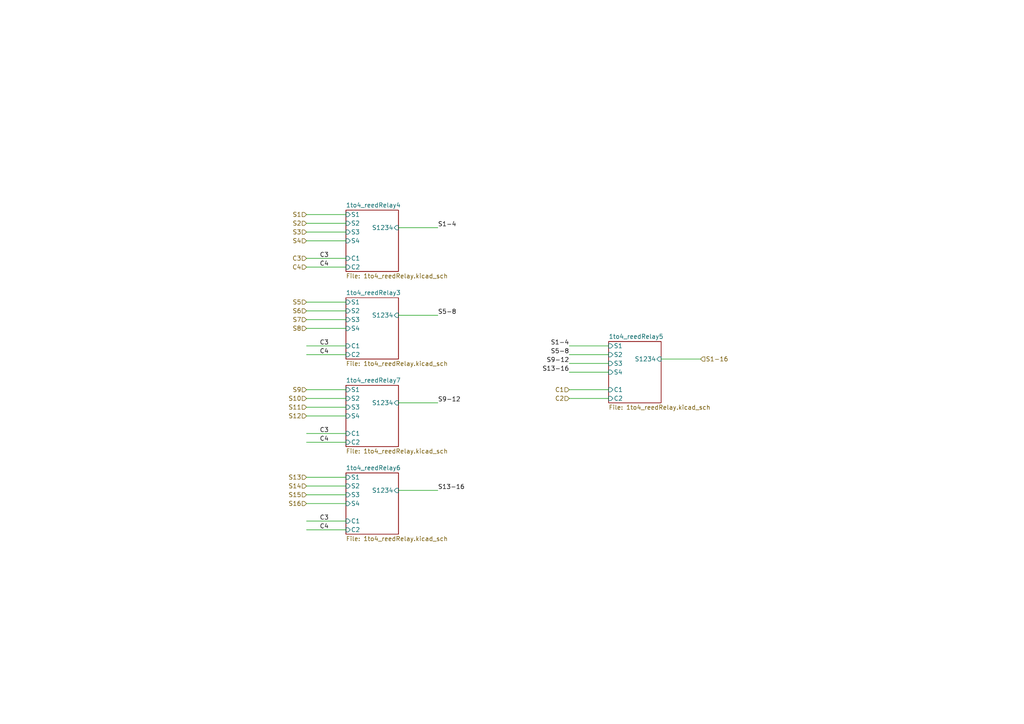
<source format=kicad_sch>
(kicad_sch (version 20211123) (generator eeschema)
  (paper "A4")
  (lib_symbols)
  (wire (pts (xy 165.1 107.95) (xy 176.53 107.95)))
  (wire (pts (xy 88.9 128.27) (xy 100.33 128.27)))
  (wire (pts (xy 88.9 113.03) (xy 100.33 113.03)))
  (wire (pts (xy 88.9 92.71) (xy 100.33 92.71)))
  (wire (pts (xy 88.9 100.33) (xy 100.33 100.33)))
  (wire (pts (xy 115.57 91.44) (xy 127 91.44)))
  (wire (pts (xy 115.57 142.24) (xy 127 142.24)))
  (wire (pts (xy 88.9 153.67) (xy 100.33 153.67)))
  (wire (pts (xy 88.9 90.17) (xy 100.33 90.17)))
  (wire (pts (xy 191.77 104.14) (xy 203.2 104.14)))
  (wire (pts (xy 88.9 140.97) (xy 100.33 140.97)))
  (wire (pts (xy 88.9 115.57) (xy 100.33 115.57)))
  (wire (pts (xy 88.9 64.77) (xy 100.33 64.77)))
  (wire (pts (xy 115.57 66.04) (xy 127 66.04)))
  (wire (pts (xy 165.1 113.03) (xy 176.53 113.03)))
  (wire (pts (xy 88.9 67.31) (xy 100.33 67.31)))
  (wire (pts (xy 88.9 102.87) (xy 100.33 102.87)))
  (wire (pts (xy 88.9 62.23) (xy 100.33 62.23)))
  (wire (pts (xy 88.9 138.43) (xy 100.33 138.43)))
  (wire (pts (xy 115.57 116.84) (xy 127 116.84)))
  (wire (pts (xy 165.1 100.33) (xy 176.53 100.33)))
  (wire (pts (xy 88.9 87.63) (xy 100.33 87.63)))
  (wire (pts (xy 88.9 74.93) (xy 100.33 74.93)))
  (wire (pts (xy 88.9 95.25) (xy 100.33 95.25)))
  (wire (pts (xy 88.9 120.65) (xy 100.33 120.65)))
  (wire (pts (xy 88.9 77.47) (xy 100.33 77.47)))
  (wire (pts (xy 165.1 102.87) (xy 176.53 102.87)))
  (wire (pts (xy 88.9 118.11) (xy 100.33 118.11)))
  (wire (pts (xy 88.9 143.51) (xy 100.33 143.51)))
  (wire (pts (xy 88.9 146.05) (xy 100.33 146.05)))
  (wire (pts (xy 88.9 69.85) (xy 100.33 69.85)))
  (wire (pts (xy 165.1 115.57) (xy 176.53 115.57)))
  (wire (pts (xy 88.9 125.73) (xy 100.33 125.73)))
  (wire (pts (xy 165.1 105.41) (xy 176.53 105.41)))
  (wire (pts (xy 88.9 151.13) (xy 100.33 151.13)))
  (label "C3" (at 92.71 125.73 0))
  (label "S1-4" (at 127 66.04 0))
  (label "C3" (at 92.71 151.13 0))
  (label "C4" (at 92.71 128.27 0))
  (label "C4" (at 92.71 153.67 0))
  (label "C4" (at 92.71 77.47 0))
  (label "S5-8" (at 127 91.44 0))
  (label "S9-12" (at 127 116.84 0))
  (label "S5-8" (at 165.1 102.87 180))
  (label "S13-16" (at 127 142.24 0))
  (label "C3" (at 92.71 74.93 0))
  (label "C3" (at 92.71 100.33 0))
  (label "S1-4" (at 165.1 100.33 180))
  (label "C4" (at 92.71 102.87 0))
  (label "S9-12" (at 165.1 105.41 180))
  (label "S13-16" (at 165.1 107.95 180))
  (hierarchical_label "S11" (shape input) (at 88.9 118.11 180))
  (hierarchical_label "S6" (shape input) (at 88.9 90.17 180))
  (hierarchical_label "S14" (shape input) (at 88.9 140.97 180))
  (hierarchical_label "S3" (shape input) (at 88.9 67.31 180))
  (hierarchical_label "S1" (shape input) (at 88.9 62.23 180))
  (hierarchical_label "S8" (shape input) (at 88.9 95.25 180))
  (hierarchical_label "C3" (shape input) (at 88.9 74.93 180))
  (hierarchical_label "S15" (shape input) (at 88.9 143.51 180))
  (hierarchical_label "C1" (shape input) (at 165.1 113.03 180))
  (hierarchical_label "S12" (shape input) (at 88.9 120.65 180))
  (hierarchical_label "S4" (shape input) (at 88.9 69.85 180))
  (hierarchical_label "S9" (shape input) (at 88.9 113.03 180))
  (hierarchical_label "S10" (shape input) (at 88.9 115.57 180))
  (hierarchical_label "C2" (shape input) (at 165.1 115.57 180))
  (hierarchical_label "S16" (shape input) (at 88.9 146.05 180))
  (hierarchical_label "C4" (shape input) (at 88.9 77.47 180))
  (hierarchical_label "S2" (shape input) (at 88.9 64.77 180))
  (hierarchical_label "S13" (shape input) (at 88.9 138.43 180))
  (hierarchical_label "S7" (shape input) (at 88.9 92.71 180))
  (hierarchical_label "S1-16" (shape input) (at 203.2 104.14 0))
  (hierarchical_label "S5" (shape input) (at 88.9 87.63 180))
  (sheet (at 100.33 86.36) (size 15.24 17.78) (stroke (width 0.1524))
    (property "Sheet name" "1to4_reedRelay3" (at 100.33 85.6484 0) (effects (justify left bottom)))
    (property "Sheet file" "1to4_reedRelay.kicad_sch" (at 100.33 104.7246 0) (effects (justify left top)))
    (pin "S2" input (at 100.33 90.17 180))
    (pin "C2" input (at 100.33 102.87 180))
    (pin "S1" input (at 100.33 87.63 180))
    (pin "S3" input (at 100.33 92.71 180))
    (pin "S4" input (at 100.33 95.25 180))
    (pin "C1" input (at 100.33 100.33 180))
    (pin "S1234" input (at 115.57 91.44 0))
  )
  (sheet (at 100.33 60.96) (size 15.24 17.78) (stroke (width 0.1524))
    (property "Sheet name" "1to4_reedRelay4" (at 100.33 60.2484 0) (effects (justify left bottom)))
    (property "Sheet file" "1to4_reedRelay.kicad_sch" (at 100.33 79.3246 0) (effects (justify left top)))
    (pin "S2" input (at 100.33 64.77 180))
    (pin "C2" input (at 100.33 77.47 180))
    (pin "S1" input (at 100.33 62.23 180))
    (pin "S3" input (at 100.33 67.31 180))
    (pin "S4" input (at 100.33 69.85 180))
    (pin "C1" input (at 100.33 74.93 180))
    (pin "S1234" input (at 115.57 66.04 0))
  )
  (sheet (at 100.33 137.16) (size 15.24 17.78) (stroke (width 0.1524))
    (property "Sheet name" "1to4_reedRelay6" (at 100.33 136.4484 0) (effects (justify left bottom)))
    (property "Sheet file" "1to4_reedRelay.kicad_sch" (at 100.33 155.5246 0) (effects (justify left top)))
    (pin "S2" input (at 100.33 140.97 180))
    (pin "C2" input (at 100.33 153.67 180))
    (pin "S1" input (at 100.33 138.43 180))
    (pin "S3" input (at 100.33 143.51 180))
    (pin "S4" input (at 100.33 146.05 180))
    (pin "C1" input (at 100.33 151.13 180))
    (pin "S1234" input (at 115.57 142.24 0))
  )
  (sheet (at 100.33 111.76) (size 15.24 17.78) (stroke (width 0.1524))
    (property "Sheet name" "1to4_reedRelay7" (at 100.33 111.0484 0) (effects (justify left bottom)))
    (property "Sheet file" "1to4_reedRelay.kicad_sch" (at 100.33 130.1246 0) (effects (justify left top)))
    (pin "S2" input (at 100.33 115.57 180))
    (pin "C2" input (at 100.33 128.27 180))
    (pin "S1" input (at 100.33 113.03 180))
    (pin "S3" input (at 100.33 118.11 180))
    (pin "S4" input (at 100.33 120.65 180))
    (pin "C1" input (at 100.33 125.73 180))
    (pin "S1234" input (at 115.57 116.84 0))
  )
  (sheet (at 176.53 99.06) (size 15.24 17.78) (stroke (width 0.1524))
    (property "Sheet name" "1to4_reedRelay5" (at 176.53 98.3484 0) (effects (justify left bottom)))
    (property "Sheet file" "1to4_reedRelay.kicad_sch" (at 176.53 117.4246 0) (effects (justify left top)))
    (pin "S2" input (at 176.53 102.87 180))
    (pin "C2" input (at 176.53 115.57 180))
    (pin "S1" input (at 176.53 100.33 180))
    (pin "S3" input (at 176.53 105.41 180))
    (pin "S4" input (at 176.53 107.95 180))
    (pin "C1" input (at 176.53 113.03 180))
    (pin "S1234" input (at 191.77 104.14 0))
  )
)
</source>
